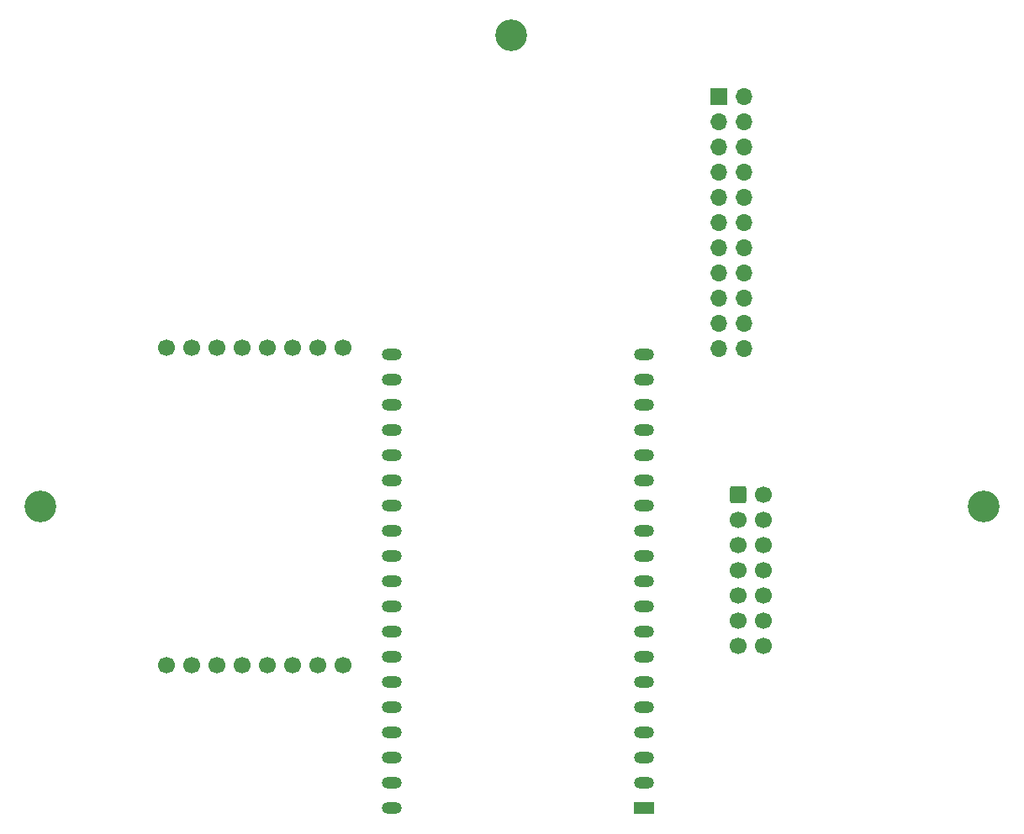
<source format=gbr>
%TF.GenerationSoftware,KiCad,Pcbnew,7.0.9*%
%TF.CreationDate,2025-01-15T18:16:51+09:00*%
%TF.ProjectId,ESP32,45535033-322e-46b6-9963-61645f706362,rev?*%
%TF.SameCoordinates,Original*%
%TF.FileFunction,Soldermask,Top*%
%TF.FilePolarity,Negative*%
%FSLAX46Y46*%
G04 Gerber Fmt 4.6, Leading zero omitted, Abs format (unit mm)*
G04 Created by KiCad (PCBNEW 7.0.9) date 2025-01-15 18:16:51*
%MOMM*%
%LPD*%
G01*
G04 APERTURE LIST*
G04 Aperture macros list*
%AMRoundRect*
0 Rectangle with rounded corners*
0 $1 Rounding radius*
0 $2 $3 $4 $5 $6 $7 $8 $9 X,Y pos of 4 corners*
0 Add a 4 corners polygon primitive as box body*
4,1,4,$2,$3,$4,$5,$6,$7,$8,$9,$2,$3,0*
0 Add four circle primitives for the rounded corners*
1,1,$1+$1,$2,$3*
1,1,$1+$1,$4,$5*
1,1,$1+$1,$6,$7*
1,1,$1+$1,$8,$9*
0 Add four rect primitives between the rounded corners*
20,1,$1+$1,$2,$3,$4,$5,0*
20,1,$1+$1,$4,$5,$6,$7,0*
20,1,$1+$1,$6,$7,$8,$9,0*
20,1,$1+$1,$8,$9,$2,$3,0*%
G04 Aperture macros list end*
%ADD10R,1.700000X1.700000*%
%ADD11O,1.700000X1.700000*%
%ADD12R,2.000000X1.200000*%
%ADD13O,2.000000X1.200000*%
%ADD14C,3.200000*%
%ADD15RoundRect,0.250000X-0.600000X-0.600000X0.600000X-0.600000X0.600000X0.600000X-0.600000X0.600000X0*%
%ADD16C,1.700000*%
G04 APERTURE END LIST*
D10*
%TO.C,J1*%
X140893800Y-59410600D03*
D11*
X143433800Y-59410600D03*
X140893800Y-61950600D03*
X143433800Y-61950600D03*
X140893800Y-64490600D03*
X143433800Y-64490600D03*
X140893800Y-67030600D03*
X143433800Y-67030600D03*
X140893800Y-69570600D03*
X143433800Y-69570600D03*
X140893800Y-72110600D03*
X143433800Y-72110600D03*
X140893800Y-74650600D03*
X143433800Y-74650600D03*
X140893800Y-77190600D03*
X143433800Y-77190600D03*
X140893800Y-79730600D03*
X143433800Y-79730600D03*
X140893800Y-82270600D03*
X143433800Y-82270600D03*
X140893800Y-84810600D03*
X143433800Y-84810600D03*
%TD*%
D12*
%TO.C,ESP1*%
X133375400Y-131150000D03*
D13*
X133375400Y-128610000D03*
X133375400Y-126070000D03*
X133375400Y-123530000D03*
X133375400Y-120990000D03*
X133375400Y-118450000D03*
X133375400Y-115910000D03*
X133375400Y-113370000D03*
X133375400Y-110830000D03*
X133375400Y-108290000D03*
X133375400Y-105750000D03*
X133375400Y-103210000D03*
X133375400Y-100670000D03*
X133375400Y-98130000D03*
X133375400Y-95590000D03*
X133375400Y-93050000D03*
X133375400Y-90510000D03*
X133375400Y-87970000D03*
X133375400Y-85430000D03*
X107979080Y-85432720D03*
X107979080Y-87972720D03*
X107975400Y-90510000D03*
X107975400Y-93050000D03*
X107975400Y-95590000D03*
X107975400Y-98130000D03*
X107975400Y-100670000D03*
X107975400Y-103210000D03*
X107975400Y-105750000D03*
X107975400Y-108290000D03*
X107975400Y-110830000D03*
X107975400Y-113370000D03*
X107975400Y-115910000D03*
X107975400Y-118450000D03*
X107975400Y-120990000D03*
X107975400Y-123530000D03*
X107975400Y-126070000D03*
X107975400Y-128610000D03*
X107975400Y-131150000D03*
%TD*%
D14*
%TO.C,REF\u002A\u002A*%
X72580000Y-100710000D03*
%TD*%
%TO.C,REF\u002A\u002A*%
X120020000Y-53230000D03*
%TD*%
D15*
%TO.C,J2*%
X142900400Y-99568000D03*
D16*
X145440400Y-99568000D03*
X142900400Y-102108000D03*
X145440400Y-102108000D03*
X142900400Y-104648000D03*
X145440400Y-104648000D03*
X142900400Y-107188000D03*
X145440400Y-107188000D03*
X142900400Y-109728000D03*
X145440400Y-109728000D03*
X142900400Y-112268000D03*
X145440400Y-112268000D03*
X142900400Y-114808000D03*
X145440400Y-114808000D03*
%TD*%
D14*
%TO.C,REF\u002A\u002A*%
X167570000Y-100720000D03*
%TD*%
D16*
%TO.C,U17*%
X103047800Y-84736400D03*
X100507800Y-84736400D03*
X97967800Y-84736400D03*
X95427800Y-84736400D03*
X92887800Y-84736400D03*
X90347800Y-84736400D03*
X87807800Y-84736400D03*
X85267800Y-84736400D03*
X103047800Y-116736400D03*
X100507800Y-116736400D03*
X97967800Y-116736400D03*
X95427800Y-116736400D03*
X92887800Y-116736400D03*
X90347800Y-116736400D03*
X87807800Y-116736400D03*
X85267800Y-116736400D03*
%TD*%
M02*

</source>
